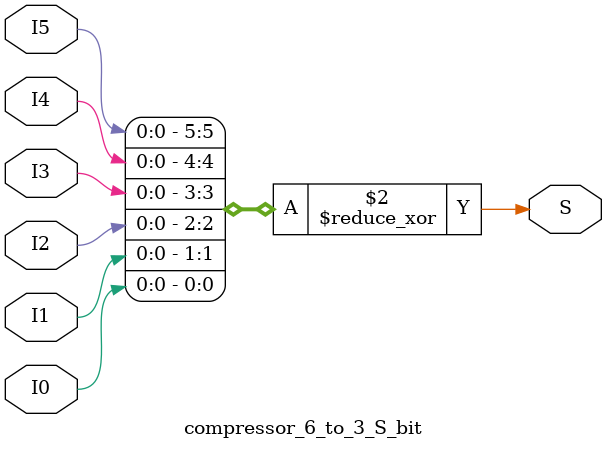
<source format=sv>
/*******************************************************************************
  Copyright 2019 Kurt Baty

  Licensed under the Apache License, Version 2.0 (the "License");
  you may not use this file except in compliance with the License.
  You may obtain a copy of the License at

    http://www.apache.org/licenses/LICENSE-2.0

  Unless required by applicable law or agreed to in writing, software
  distributed under the License is distributed on an "AS IS" BASIS,
  WITHOUT WARRANTIES OR CONDITIONS OF ANY KIND, either express or implied.
  See the License for the specific language governing permissions and
  limitations under the License.

*******************************************************************************/

//
// compressor 6 to 3
//
//  9/25/2019
//
//  by Kurt Baty
//

/*    
  A compressor 6:3 Sum bit
*/

module compressor_6_to_3_S_bit
   (
    input  logic I0,
    input  logic I1,
    input  logic I2,
    input  logic I3,
    input  logic I4,
    input  logic I5,
    output logic S
   );

   // this maps to a LUT6 in Xilinx FPGAs

   always_comb begin
       S = ^{I5,I4,I3,I2,I1,I0};
   end

endmodule


</source>
